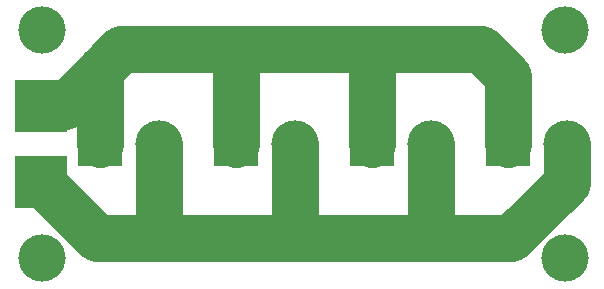
<source format=gbr>
G04 #@! TF.GenerationSoftware,KiCad,Pcbnew,7.0.9*
G04 #@! TF.CreationDate,2024-08-08T15:01:33+09:00*
G04 #@! TF.ProjectId,XT30bus,58543330-6275-4732-9e6b-696361645f70,rev?*
G04 #@! TF.SameCoordinates,Original*
G04 #@! TF.FileFunction,Copper,L2,Bot*
G04 #@! TF.FilePolarity,Positive*
%FSLAX46Y46*%
G04 Gerber Fmt 4.6, Leading zero omitted, Abs format (unit mm)*
G04 Created by KiCad (PCBNEW 7.0.9) date 2024-08-08 15:01:33*
%MOMM*%
%LPD*%
G01*
G04 APERTURE LIST*
G04 #@! TA.AperFunction,ComponentPad*
%ADD10C,1.600000*%
G04 #@! TD*
G04 #@! TA.AperFunction,SMDPad,CuDef*
%ADD11R,4.500000X4.500000*%
G04 #@! TD*
G04 #@! TA.AperFunction,ComponentPad*
%ADD12R,3.800000X3.800000*%
G04 #@! TD*
G04 #@! TA.AperFunction,ComponentPad*
%ADD13C,4.000000*%
G04 #@! TD*
G04 #@! TA.AperFunction,ViaPad*
%ADD14C,4.000000*%
G04 #@! TD*
G04 #@! TA.AperFunction,Conductor*
%ADD15C,4.000000*%
G04 #@! TD*
G04 APERTURE END LIST*
D10*
X130000000Y-106250000D03*
D11*
X130000000Y-106250000D03*
D10*
X130000000Y-112750000D03*
D11*
X130000000Y-112750000D03*
D12*
X135000000Y-109500000D03*
D13*
X140000000Y-109500000D03*
D12*
X158000000Y-109500000D03*
D13*
X163000000Y-109500000D03*
D12*
X169500000Y-109500000D03*
D13*
X174500000Y-109500000D03*
D12*
X146500000Y-109500000D03*
D13*
X151500000Y-109500000D03*
D14*
X130080000Y-119200000D03*
X174400000Y-119200000D03*
X174350000Y-99850000D03*
X130080000Y-99850000D03*
D15*
X169800000Y-117500000D02*
X134750000Y-117500000D01*
X174500000Y-112800000D02*
X169800000Y-117500000D01*
X174500000Y-109500000D02*
X174500000Y-112800000D01*
X134750000Y-117500000D02*
X130000000Y-112750000D01*
X130000000Y-106250000D02*
X132000534Y-106250000D01*
X167249466Y-101500000D02*
X169500000Y-103750534D01*
X158000000Y-109500000D02*
X158000000Y-102500000D01*
X132000534Y-106250000D02*
X136750534Y-101500000D01*
X151500000Y-109500000D02*
X151500000Y-117500000D01*
X146500000Y-109500000D02*
X146500000Y-102500000D01*
X136750534Y-101500000D02*
X167249466Y-101500000D01*
X163000000Y-109500000D02*
X163000000Y-117500000D01*
X135000000Y-103250534D02*
X135000000Y-109500000D01*
X140000000Y-109500000D02*
X140000000Y-117500000D01*
X169500000Y-103750534D02*
X169500000Y-109500000D01*
M02*

</source>
